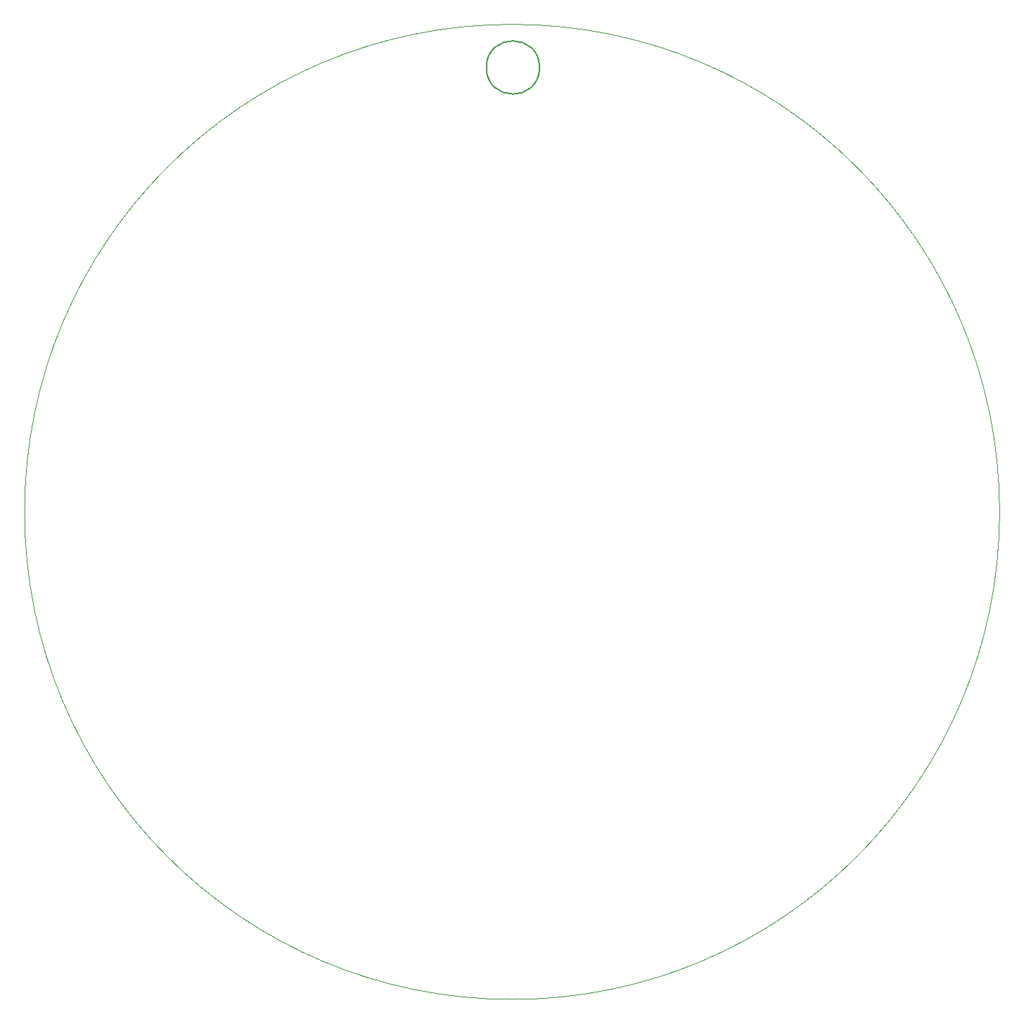
<source format=gbr>
G04 #@! TF.GenerationSoftware,KiCad,Pcbnew,8.0.5*
G04 #@! TF.CreationDate,2024-10-07T21:14:13-05:00*
G04 #@! TF.ProjectId,bsidesdfw badge 2024,62736964-6573-4646-9677-206261646765,rev?*
G04 #@! TF.SameCoordinates,Original*
G04 #@! TF.FileFunction,Profile,NP*
%FSLAX46Y46*%
G04 Gerber Fmt 4.6, Leading zero omitted, Abs format (unit mm)*
G04 Created by KiCad (PCBNEW 8.0.5) date 2024-10-07 21:14:13*
%MOMM*%
%LPD*%
G01*
G04 APERTURE LIST*
G04 #@! TA.AperFunction,Profile*
%ADD10C,0.050000*%
G04 #@! TD*
G04 #@! TA.AperFunction,Profile*
%ADD11C,0.200000*%
G04 #@! TD*
G04 APERTURE END LIST*
D10*
X196090033Y-96500000D02*
G75*
G02*
X78709967Y-96500000I-58690033J0D01*
G01*
X78709967Y-96500000D02*
G75*
G02*
X196090033Y-96500000I58690033J0D01*
G01*
D11*
X140701562Y-43000000D02*
G75*
G02*
X134298438Y-43000000I-3201562J0D01*
G01*
X134298438Y-43000000D02*
G75*
G02*
X140701562Y-43000000I3201562J0D01*
G01*
M02*

</source>
